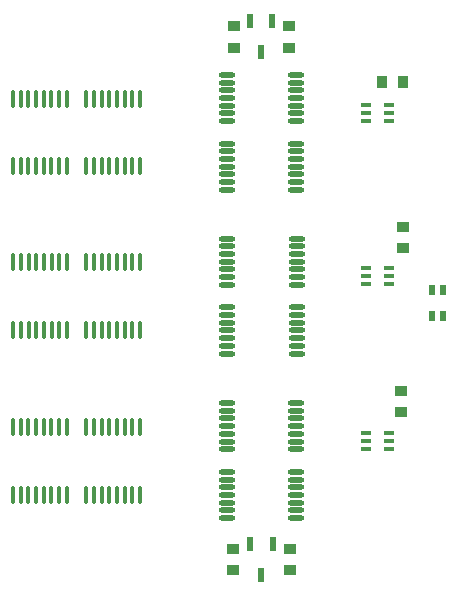
<source format=gtp>
G04 Layer_Color=8421504*
%FSAX24Y24*%
%MOIN*%
G70*
G01*
G75*
%ADD10R,0.0335X0.0157*%
%ADD11R,0.0394X0.0374*%
%ADD12R,0.0374X0.0394*%
%ADD13R,0.0197X0.0354*%
%ADD14O,0.0138X0.0610*%
%ADD15O,0.0551X0.0177*%
%ADD16R,0.0244X0.0480*%
D10*
X038384Y036084D02*
D03*
Y036340D02*
D03*
Y036596D02*
D03*
X037636D02*
D03*
Y036084D02*
D03*
X037636Y036340D02*
D03*
X038384Y025144D02*
D03*
Y025400D02*
D03*
Y025656D02*
D03*
X037636D02*
D03*
Y025144D02*
D03*
X037636Y025400D02*
D03*
X038384Y030644D02*
D03*
Y030900D02*
D03*
Y031156D02*
D03*
X037636D02*
D03*
Y030644D02*
D03*
X037636Y030900D02*
D03*
D11*
X038780Y027064D02*
D03*
Y026356D02*
D03*
X038860Y032544D02*
D03*
Y031836D02*
D03*
X035100Y021110D02*
D03*
Y021819D02*
D03*
X035070Y038516D02*
D03*
Y039224D02*
D03*
X033220Y038516D02*
D03*
Y039224D02*
D03*
X033200Y021110D02*
D03*
Y021819D02*
D03*
D12*
X038146Y037380D02*
D03*
X038854D02*
D03*
D13*
X039843Y030443D02*
D03*
X040197D02*
D03*
X039843Y029577D02*
D03*
X040197D02*
D03*
D14*
X026120Y036819D02*
D03*
X026376D02*
D03*
X025864D02*
D03*
X026888D02*
D03*
X026632D02*
D03*
X027144D02*
D03*
X027656D02*
D03*
X027400D02*
D03*
X025864Y034555D02*
D03*
X026120D02*
D03*
X026376D02*
D03*
X026888D02*
D03*
X026632D02*
D03*
X027400D02*
D03*
X027656D02*
D03*
X027144D02*
D03*
X026123Y031359D02*
D03*
X026379D02*
D03*
X025867D02*
D03*
X026891D02*
D03*
X026635D02*
D03*
X027147D02*
D03*
X027659D02*
D03*
X027403D02*
D03*
X025867Y029095D02*
D03*
X026123D02*
D03*
X026379D02*
D03*
X026891D02*
D03*
X026635D02*
D03*
X027403D02*
D03*
X027659D02*
D03*
X027147D02*
D03*
X027139Y025879D02*
D03*
X027395D02*
D03*
X026884D02*
D03*
X027651D02*
D03*
X026628D02*
D03*
X026372D02*
D03*
X027651Y023615D02*
D03*
X027395D02*
D03*
X026628D02*
D03*
X026372D02*
D03*
X027139D02*
D03*
X026884D02*
D03*
X026116Y025879D02*
D03*
X025860D02*
D03*
X026116Y023615D02*
D03*
X025860D02*
D03*
X028560Y036819D02*
D03*
X028816D02*
D03*
X028304D02*
D03*
X029328D02*
D03*
X029072D02*
D03*
X029584D02*
D03*
X030096D02*
D03*
X029840D02*
D03*
X028304Y034555D02*
D03*
X028560D02*
D03*
X028816D02*
D03*
X029328D02*
D03*
X029072D02*
D03*
X029840D02*
D03*
X030096D02*
D03*
X029584D02*
D03*
X028563Y031359D02*
D03*
X028819D02*
D03*
X028307D02*
D03*
X029331D02*
D03*
X029075D02*
D03*
X029587D02*
D03*
X030099D02*
D03*
X029843D02*
D03*
X028307Y029095D02*
D03*
X028563D02*
D03*
X028819D02*
D03*
X029331D02*
D03*
X029075D02*
D03*
X029843D02*
D03*
X030099D02*
D03*
X029587D02*
D03*
X029579Y025879D02*
D03*
X029835D02*
D03*
X029324D02*
D03*
X030091D02*
D03*
X029068D02*
D03*
X028812D02*
D03*
X030091Y023615D02*
D03*
X029835D02*
D03*
X029068D02*
D03*
X028812D02*
D03*
X029579D02*
D03*
X029324D02*
D03*
X028556Y025879D02*
D03*
X028300D02*
D03*
X028556Y023615D02*
D03*
X028300D02*
D03*
D15*
X032989Y034035D02*
D03*
Y033779D02*
D03*
Y034547D02*
D03*
Y034291D02*
D03*
Y034803D02*
D03*
Y035315D02*
D03*
Y035059D02*
D03*
X035311Y034547D02*
D03*
Y033779D02*
D03*
Y034291D02*
D03*
Y034035D02*
D03*
Y035059D02*
D03*
Y035315D02*
D03*
Y034803D02*
D03*
X032992Y028575D02*
D03*
Y028319D02*
D03*
Y029087D02*
D03*
Y028831D02*
D03*
Y029343D02*
D03*
Y029855D02*
D03*
Y029599D02*
D03*
X035315Y029087D02*
D03*
Y028319D02*
D03*
Y028831D02*
D03*
Y028575D02*
D03*
Y029599D02*
D03*
Y029855D02*
D03*
Y029343D02*
D03*
X035307Y023863D02*
D03*
Y024119D02*
D03*
Y023095D02*
D03*
Y023607D02*
D03*
Y024375D02*
D03*
Y023351D02*
D03*
Y022839D02*
D03*
X032984Y024375D02*
D03*
Y023863D02*
D03*
Y024119D02*
D03*
Y023351D02*
D03*
Y023607D02*
D03*
Y022839D02*
D03*
Y023095D02*
D03*
X032989Y036325D02*
D03*
Y036069D02*
D03*
Y036837D02*
D03*
Y036581D02*
D03*
Y037093D02*
D03*
Y037605D02*
D03*
Y037349D02*
D03*
X035311Y036837D02*
D03*
Y036069D02*
D03*
Y036581D02*
D03*
Y036325D02*
D03*
Y037349D02*
D03*
Y037605D02*
D03*
Y037093D02*
D03*
X032992Y030865D02*
D03*
Y030609D02*
D03*
Y031377D02*
D03*
Y031121D02*
D03*
Y031633D02*
D03*
Y032145D02*
D03*
Y031889D02*
D03*
X035315Y031377D02*
D03*
Y030609D02*
D03*
Y031121D02*
D03*
Y030865D02*
D03*
Y031889D02*
D03*
Y032145D02*
D03*
Y031633D02*
D03*
X035307Y026153D02*
D03*
Y026409D02*
D03*
Y025385D02*
D03*
Y025897D02*
D03*
Y026665D02*
D03*
Y025641D02*
D03*
Y025129D02*
D03*
X032984Y026665D02*
D03*
Y026153D02*
D03*
Y026409D02*
D03*
Y025641D02*
D03*
Y025897D02*
D03*
Y025129D02*
D03*
Y025385D02*
D03*
D16*
X034140Y020949D02*
D03*
X034514Y021980D02*
D03*
X033766D02*
D03*
X034130Y038354D02*
D03*
X034504Y039386D02*
D03*
X033756D02*
D03*
M02*

</source>
